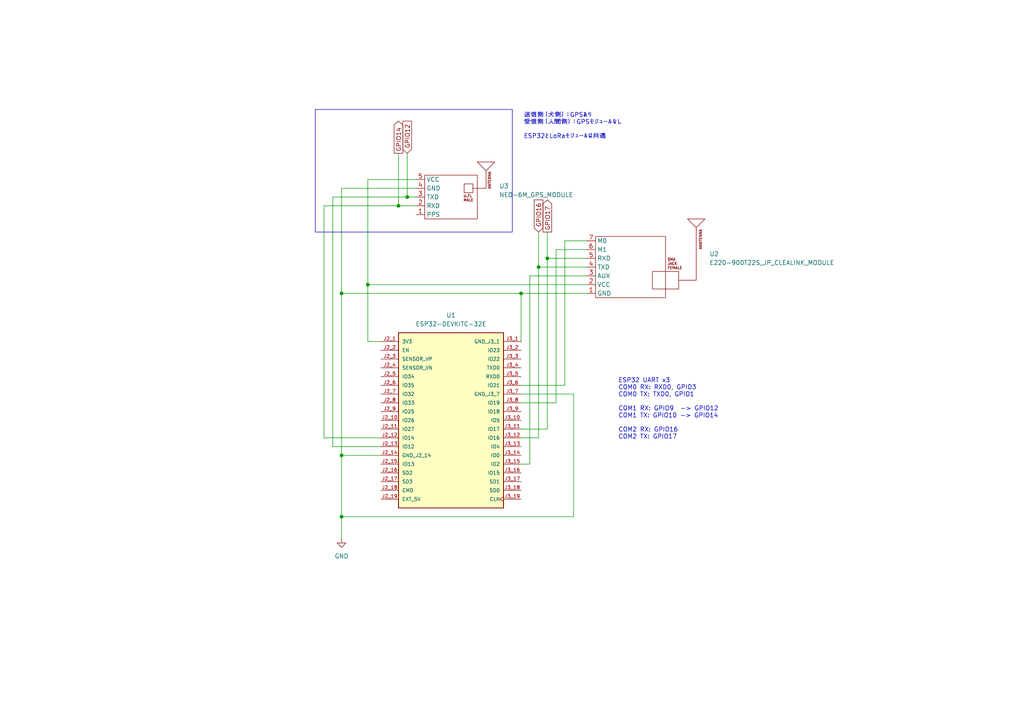
<source format=kicad_sch>
(kicad_sch (version 20250114) (generator "eeschema") (generator_version "9.0")
  (paper "A4")
  (title_block (title "Inubashiri PCB") (date "2025-11-03") (rev "V1.1") (company "takurx"))
  (lib_symbols
    (symbol "E220-900T22S_JP_CLEALINK:E220-900T22S_JP_CLEALINK"
      (property "Reference" "U" (at 0 12.192 0))
      (property "Value" "E220-900T22S_JP_CLEALINK_MODULE" (at 0.254 10.16 0))
      (symbol "E220-900T22S_JP_CLEALINK_0_1"
        (rectangle (start -10.16 8.89) (end 10.16 -8.89))
        (rectangle (start 6.35 -1.27) (end 13.97 -6.35))
        (polyline (pts (xy 13.97 -3.81) (xy 19.05 -3.81) (xy 19.05 11.43) (xy 16.51 13.97) (xy 21.59 13.97) (xy 19.05 11.43)))
      )
      (symbol "E220-900T22S_JP_CLEALINK_1_1"
        (text "SMA\nJACK\nFEMALE" (at 10.668 1.016 0) (effects (font (size 0.762 0.762)) (justify left)))
        (text "ANNTENNA" (at 20.32 5.08 900) (effects (font (size 0.762 0.762)) (justify left)))
        (pin input line (at -12.7 7.62 0) (length 2.54) (name "M0") (number "7"))
        (pin input line (at -12.7 5.08 0) (length 2.54) (name "M1") (number "6"))
        (pin input line (at -12.7 2.54 0) (length 2.54) (name "RXD") (number "5"))
        (pin output line (at -12.7 0 0) (length 2.54) (name "TXD") (number "4"))
        (pin input line (at -12.7 -2.54 0) (length 2.54) (name "AUX") (number "3"))
        (pin input line (at -12.7 -5.08 0) (length 2.54) (name "VCC") (number "2"))
        (pin input line (at -12.7 -7.62 0) (length 2.54) (name "GND") (number "1"))
      )
    )
    (symbol "ESP32_DEVKITC_32E:ESP32-DEVKITC-32E" (pin_names (offset 1.016))
      (property "Reference" "U" (at -15.24 26.162 0))
      (property "Value" "ESP32-DEVKITC-32E" (at -15.24 -27.94 0))
      (symbol "ESP32-DEVKITC-32E_0_0"
        (rectangle (start -15.24 -25.4) (end 15.24 25.4) (stroke (width 0.254)) (fill (type background)))
        (pin power_in line (at -20.32 22.86 0) (length 5.08) (name "3V3") (number "J2_1"))
        (pin input line (at -20.32 20.32 0) (length 5.08) (name "EN") (number "J2_2"))
        (pin bidirectional line (at -20.32 17.78 0) (length 5.08) (name "SENSOR_VP") (number "J2_3"))
        (pin bidirectional line (at -20.32 15.24 0) (length 5.08) (name "SENSOR_VN") (number "J2_4"))
        (pin bidirectional line (at -20.32 12.7 0) (length 5.08) (name "IO34") (number "J2_5"))
        (pin bidirectional line (at -20.32 10.16 0) (length 5.08) (name "IO35") (number "J2_6"))
        (pin bidirectional line (at -20.32 7.62 0) (length 5.08) (name "IO32") (number "J2_7"))
        (pin bidirectional line (at -20.32 5.08 0) (length 5.08) (name "IO33") (number "J2_8"))
        (pin bidirectional line (at -20.32 2.54 0) (length 5.08) (name "IO25") (number "J2_9"))
        (pin bidirectional line (at -20.32 0 0) (length 5.08) (name "IO26") (number "J2_10"))
        (pin bidirectional line (at -20.32 -2.54 0) (length 5.08) (name "IO27") (number "J2_11"))
        (pin bidirectional line (at -20.32 -5.08 0) (length 5.08) (name "IO14") (number "J2_12"))
        (pin bidirectional line (at -20.32 -7.62 0) (length 5.08) (name "IO12") (number "J2_13"))
        (pin power_in line (at -20.32 -10.16 0) (length 5.08) (name "GND_J2_14") (number "J2_14"))
        (pin bidirectional line (at -20.32 -12.7 0) (length 5.08) (name "IO13") (number "J2_15"))
        (pin bidirectional line (at -20.32 -15.24 0) (length 5.08) (name "SD2") (number "J2_16"))
        (pin bidirectional line (at -20.32 -17.78 0) (length 5.08) (name "SD3") (number "J2_17"))
        (pin bidirectional line (at -20.32 -20.32 0) (length 5.08) (name "CMD") (number "J2_18"))
        (pin power_in line (at -20.32 -22.86 0) (length 5.08) (name "EXT_5V") (number "J2_19"))
        (pin power_in line (at 20.32 22.86 180) (length 5.08) (name "GND_J3_1") (number "J3_1"))
        (pin bidirectional line (at 20.32 20.32 180) (length 5.08) (name "IO23") (number "J3_2"))
        (pin bidirectional line (at 20.32 17.78 180) (length 5.08) (name "IO22") (number "J3_3"))
        (pin bidirectional line (at 20.32 15.24 180) (length 5.08) (name "TXD0") (number "J3_4"))
        (pin bidirectional line (at 20.32 12.7 180) (length 5.08) (name "RXD0") (number "J3_5"))
        (pin bidirectional line (at 20.32 10.16 180) (length 5.08) (name "IO21") (number "J3_6"))
        (pin power_in line (at 20.32 7.62 180) (length 5.08) (name "GND_J3_7") (number "J3_7"))
        (pin bidirectional line (at 20.32 5.08 180) (length 5.08) (name "IO19") (number "J3_8"))
        (pin bidirectional line (at 20.32 2.54 180) (length 5.08) (name "IO18") (number "J3_9"))
        (pin bidirectional line (at 20.32 0 180) (length 5.08) (name "IO5") (number "J3_10"))
        (pin bidirectional line (at 20.32 -2.54 180) (length 5.08) (name "IO17") (number "J3_11"))
        (pin bidirectional line (at 20.32 -5.08 180) (length 5.08) (name "IO16") (number "J3_12"))
        (pin bidirectional line (at 20.32 -7.62 180) (length 5.08) (name "IO4") (number "J3_13"))
        (pin bidirectional line (at 20.32 -10.16 180) (length 5.08) (name "IO0") (number "J3_14"))
        (pin bidirectional line (at 20.32 -12.7 180) (length 5.08) (name "IO2") (number "J3_15"))
        (pin bidirectional line (at 20.32 -15.24 180) (length 5.08) (name "IO15") (number "J3_16"))
        (pin bidirectional line (at 20.32 -17.78 180) (length 5.08) (name "SD1") (number "J3_17"))
        (pin bidirectional line (at 20.32 -20.32 180) (length 5.08) (name "SD0") (number "J3_18"))
        (pin bidirectional clock (at 20.32 -22.86 180) (length 5.08) (name "CLK") (number "J3_19"))
      )
    )
    (symbol "NEO-6M_GPS_MODULE:NEO-6M_GPS_MODULE"
      (property "Reference" "U" (at 0 10.16 0))
      (property "Value" "NEO-6M_GPS_MODULE" (at -3.302 8.128 0))
      (symbol "NEO-6M_GPS_MODULE_0_1"
        (rectangle (start -7.62 6.35) (end 7.62 -6.35))
        (rectangle (start 3.81 3.81) (end 6.35 1.27))
        (rectangle (start 6.35 3.81) (end 6.35 3.81))
        (polyline (pts (xy 6.35 2.54) (xy 10.16 2.54) (xy 10.16 7.62) (xy 7.62 10.16) (xy 12.7 10.16) (xy 10.16 7.62)))
        (rectangle (start 6.35 2.54) (end 6.35 2.54))
        (rectangle (start 6.35 2.54) (end 6.35 2.54))
      )
      (symbol "NEO-6M_GPS_MODULE_1_1"
        (text "U.FL\nMALE" (at 3.556 -0.254 0) (effects (font (size 0.762 0.762)) (justify left)))
        (text "ANTENNA" (at 11.176 2.286 900) (effects (font (size 0.762 0.762)) (justify left)))
        (pin input line (at -10.16 5.08 0) (length 2.54) (name "VCC") (number "5"))
        (pin input line (at -10.16 2.54 0) (length 2.54) (name "GND") (number "4"))
        (pin output line (at -10.16 0 0) (length 2.54) (name "TXD") (number "3"))
        (pin input line (at -10.16 -2.54 0) (length 2.54) (name "RXD") (number "2"))
        (pin output line (at -10.16 -5.08 0) (length 2.54) (name "PPS") (number "1"))
      )
    )
    (symbol "power:GND" (power) (pin_numbers (hide yes)) (pin_names (offset 0) (hide yes))
      (property "Value" "GND" (at 0 -3.81 0))
      (symbol "GND_0_1"
        (polyline (pts (xy 0 0) (xy 0 -1.27) (xy 1.27 -1.27) (xy 0 -2.54) (xy -1.27 -1.27) (xy 0 -1.27)))
      )
      (symbol "GND_1_1"
        (pin power_in line (at 0 0 270) (length 0) (name "~") (number "1"))
      )
    )
  )
  (rectangle (start 91.44 31.75) (end 148.59 67.31))
  (text "送信側（犬側）：GPSあり\n受信側（人間側）：GPSモジュールなし\n\nESP32とLoRaモジュールは共通" (at 151.892 36.576 0) (effects (font (size 1.27 1.27)) (justify left)))
  (text "ESP32 UART x3\nCOM0 RX: RXD0, GPIO3\nCOM0 TX: TXD0, GPIO1\n\nCOM1 RX: GPIO9  -> GPIO12\nCOM1 TX: GPIO10 -> GPIO14\n\nCOM2 RX: GPIO16\nCOM2 TX: GPIO17" (at 179.324 118.618 0) (effects (font (size 1.27 1.27)) (justify left)))
  (junction (at 158.75 74.93))
  (junction (at 99.06 85.09))
  (junction (at 106.68 82.55))
  (junction (at 99.06 149.86))
  (junction (at 156.21 77.47))
  (junction (at 118.11 57.15))
  (junction (at 99.06 132.08))
  (junction (at 151.13 85.09))
  (junction (at 115.57 59.69))
  (wire (pts (xy 158.75 74.93) (xy 158.75 124.46)))
  (wire (pts (xy 118.11 44.45) (xy 118.11 57.15)))
  (wire (pts (xy 170.18 69.85) (xy 163.83 69.85)))
  (wire (pts (xy 153.67 134.62) (xy 151.13 134.62)))
  (wire (pts (xy 170.18 80.01) (xy 153.67 80.01)))
  (wire (pts (xy 99.06 85.09) (xy 99.06 132.08)))
  (wire (pts (xy 106.68 99.06) (xy 110.49 99.06)))
  (wire (pts (xy 170.18 77.47) (xy 156.21 77.47)))
  (wire (pts (xy 120.65 52.07) (xy 106.68 52.07)))
  (wire (pts (xy 151.13 127) (xy 156.21 127)))
  (wire (pts (xy 163.83 69.85) (xy 163.83 111.76)))
  (wire (pts (xy 110.49 132.08) (xy 99.06 132.08)))
  (wire (pts (xy 115.57 59.69) (xy 93.98 59.69)))
  (wire (pts (xy 99.06 54.61) (xy 99.06 85.09)))
  (wire (pts (xy 161.29 72.39) (xy 161.29 116.84)))
  (wire (pts (xy 170.18 85.09) (xy 151.13 85.09)))
  (wire (pts (xy 163.83 111.76) (xy 151.13 111.76)))
  (wire (pts (xy 106.68 52.07) (xy 106.68 82.55)))
  (wire (pts (xy 170.18 82.55) (xy 106.68 82.55)))
  (wire (pts (xy 115.57 44.45) (xy 115.57 59.69)))
  (wire (pts (xy 120.65 54.61) (xy 99.06 54.61)))
  (wire (pts (xy 151.13 85.09) (xy 151.13 99.06)))
  (wire (pts (xy 99.06 132.08) (xy 99.06 149.86)))
  (wire (pts (xy 153.67 80.01) (xy 153.67 134.62)))
  (wire (pts (xy 99.06 149.86) (xy 166.37 149.86)))
  (wire (pts (xy 93.98 127) (xy 110.49 127)))
  (wire (pts (xy 96.52 129.54) (xy 110.49 129.54)))
  (wire (pts (xy 106.68 82.55) (xy 106.68 99.06)))
  (wire (pts (xy 96.52 57.15) (xy 96.52 129.54)))
  (wire (pts (xy 161.29 116.84) (xy 151.13 116.84)))
  (wire (pts (xy 166.37 114.3) (xy 166.37 149.86)))
  (wire (pts (xy 120.65 57.15) (xy 118.11 57.15)))
  (wire (pts (xy 115.57 59.69) (xy 120.65 59.69)))
  (wire (pts (xy 151.13 85.09) (xy 99.06 85.09)))
  (wire (pts (xy 156.21 77.47) (xy 156.21 127)))
  (wire (pts (xy 170.18 74.93) (xy 158.75 74.93)))
  (wire (pts (xy 170.18 72.39) (xy 161.29 72.39)))
  (wire (pts (xy 99.06 149.86) (xy 99.06 156.21)))
  (wire (pts (xy 118.11 57.15) (xy 96.52 57.15)))
  (wire (pts (xy 151.13 114.3) (xy 166.37 114.3)))
  (wire (pts (xy 158.75 67.31) (xy 158.75 74.93)))
  (wire (pts (xy 93.98 59.69) (xy 93.98 127)))
  (wire (pts (xy 158.75 124.46) (xy 151.13 124.46)))
  (wire (pts (xy 156.21 67.31) (xy 156.21 77.47)))
  (global_label "GPIO16" (shape input) (at 156.21 67.31 90) (property "Intersheetrefs" "${INTERSHEET_REFS}" (effects (hide yes))))
  (global_label "GPIO14" (shape output) (at 115.57 44.45 90) (property "Intersheetrefs" "${INTERSHEET_REFS}" (effects (hide yes))))
  (global_label "GPIO17" (shape output) (at 158.75 67.31 90) (property "Intersheetrefs" "${INTERSHEET_REFS}" (effects (hide yes))))
  (global_label "GPIO12" (shape input) (at 118.11 44.45 90) (property "Intersheetrefs" "${INTERSHEET_REFS}" (effects (hide yes))))
  (symbol (lib_id "ESP32_DEVKITC_32E:ESP32-DEVKITC-32E") (at 130.81 121.92 0) (unit 1)
    (property "Reference" "U1" (at 130.81 91.44 0))
    (property "Value" "ESP32-DEVKITC-32E" (at 130.81 93.98 0))
    (property "Footprint" "ESP32-DEVKITC-32E:MODULE_ESP32-DEVKITC-32E" (effects (hide yes)))
    (property "PARTREV" "1.4" (effects (hide yes)))
    (property "STANDARD" "Manufacturer Recommendations" (effects (hide yes)))
    (property "MANUFACTURER" "Espressif Systems" (effects (hide yes)))
  )
  (symbol (lib_id "E220-900T22S_JP_CLEALINK:E220-900T22S_JP_CLEALINK") (at 182.88 77.47 0) (unit 1)
    (property "Reference" "U2" (at 205.74 73.6599 0) (effects (justify left)))
    (property "Value" "E220-900T22S_JP_CLEALINK_MODULE" (at 205.74 76.1999 0) (effects (justify left)))
    (property "Footprint" "Connector_PinHeader_2.54mm:PinHeader_1x07_P2.54mm_Vertical" (effects (hide yes)))
    (property "Description" "https://akizukidenshi.com/catalog/g/g117616/" (effects (hide yes)))
  )
  (symbol (lib_id "NEO-6M_GPS_MODULE:NEO-6M_GPS_MODULE") (at 6320.79 -3964.94 0) (unit 1)
    (property "Reference" "U4" (at 6334.76 -3968.1151 0) (effects (justify left)))
    (property "Value" "NEO-6M_GPS_MODULE" (at 6334.76 -3965.5751 0) (effects (justify left)))
    (property "Footprint" "Connector_PinHeader_2.54mm:PinHeader_1x05_P2.54mm_Vertical" (effects (hide yes)))
  )
  (symbol (lib_id "NEO-6M_GPS_MODULE:NEO-6M_GPS_MODULE") (at 7594.6 -6576.06 0) (unit 1)
    (property "Reference" "U6" (at 7608.57 -6579.2351 0) (effects (justify left)))
    (property "Value" "NEO-6M_GPS_MODULE" (at 7608.57 -6576.6951 0) (effects (justify left)))
    (property "Footprint" "Connector_PinHeader_2.54mm:PinHeader_1x05_P2.54mm_Vertical" (effects (hide yes)))
  )
  (symbol (lib_id "NEO-6M_GPS_MODULE:NEO-6M_GPS_MODULE") (at 130.81 57.15 0) (unit 1)
    (property "Reference" "U3" (at 144.78 53.9749 0) (effects (justify left)))
    (property "Value" "NEO-6M_GPS_MODULE" (at 144.78 56.5149 0) (effects (justify left)))
    (property "Footprint" "Connector_PinHeader_2.54mm:PinHeader_1x05_P2.54mm_Vertical" (effects (hide yes)))
  )
  (symbol (lib_id "power:GND") (at 99.06 156.21 0) (unit 1)
    (property "Reference" "#PWR01" (effects (hide yes)))
    (property "Value" "GND" (at 99.06 161.29 0))
    (property "Description" "Power symbol creates a global label with name \"GND\" , ground" (effects (hide yes)))
  )
)
</source>
